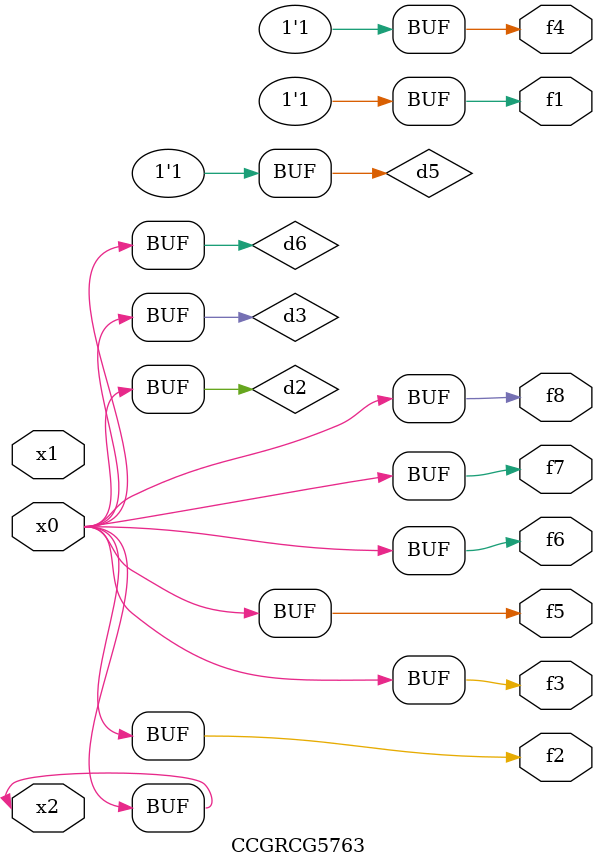
<source format=v>
module CCGRCG5763(
	input x0, x1, x2,
	output f1, f2, f3, f4, f5, f6, f7, f8
);

	wire d1, d2, d3, d4, d5, d6;

	xnor (d1, x2);
	buf (d2, x0, x2);
	and (d3, x0);
	xnor (d4, x1, x2);
	nand (d5, d1, d3);
	buf (d6, d2, d3);
	assign f1 = d5;
	assign f2 = d6;
	assign f3 = d6;
	assign f4 = d5;
	assign f5 = d6;
	assign f6 = d6;
	assign f7 = d6;
	assign f8 = d6;
endmodule

</source>
